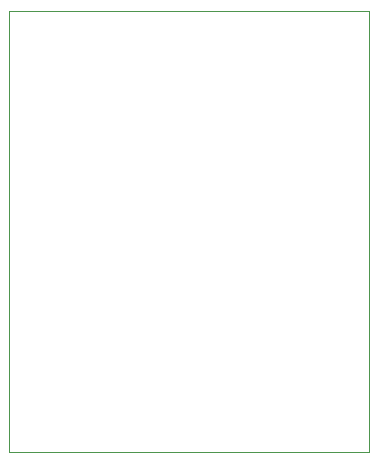
<source format=gbr>
%TF.GenerationSoftware,KiCad,Pcbnew,5.1.8*%
%TF.CreationDate,2020-11-15T15:28:23+01:00*%
%TF.ProjectId,LORA_ATTINY_v3,4c4f5241-5f41-4545-9449-4e595f76332e,rev?*%
%TF.SameCoordinates,Original*%
%TF.FileFunction,Profile,NP*%
%FSLAX46Y46*%
G04 Gerber Fmt 4.6, Leading zero omitted, Abs format (unit mm)*
G04 Created by KiCad (PCBNEW 5.1.8) date 2020-11-15 15:28:23*
%MOMM*%
%LPD*%
G01*
G04 APERTURE LIST*
%TA.AperFunction,Profile*%
%ADD10C,0.050000*%
%TD*%
G04 APERTURE END LIST*
D10*
X55880000Y-41402000D02*
X55880000Y-43688000D01*
X86360000Y-41402000D02*
X55880000Y-41402000D01*
X86360000Y-43688000D02*
X86360000Y-41402000D01*
X55880000Y-78740000D02*
X55880000Y-43688000D01*
X86360000Y-78740000D02*
X55880000Y-78740000D01*
X86360000Y-43688000D02*
X86360000Y-78740000D01*
M02*

</source>
